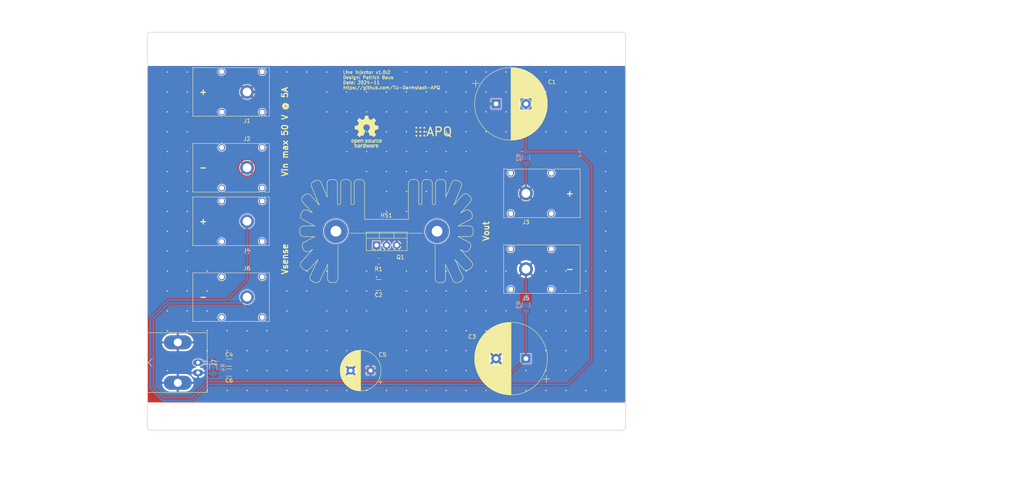
<source format=kicad_pcb>
(kicad_pcb (version 20240108) (generator "pcbnew") (generator_version "8.0")
  (title_block (title "Line Injector") (date "2024-11-21") (rev "v1.0.2") (comment 1 "Copyright (©) 2024, Patrick Baus <patrick.baus@physik.tu-darmstadt.de>") (comment 2 "Licensed under CERN OHL v.1.2"))
  (layers (0 "F.Cu" signal) (31 "B.Cu" signal) (34 "B.Paste" user) (35 "F.Paste" user) (36 "B.SilkS" user "B.Silkscreen") (37 "F.SilkS" user "F.Silkscreen") (38 "B.Mask" user) (39 "F.Mask" user) (44 "Edge.Cuts" user))
  (net 0 "")
  (net 1 "GND")
  (net 2 "VDD")
  (net 3 "Net-(J7-In)")
  (net 4 "Net-(Q1-G)")
  (net 5 "/Remote_Sense_+")
  (net 6 "/Remote_Sense_-")
  (net 8 "Net-(J3-Pin_1)")
  (footprint "Capacitor_THT:CP_Radial_D10.0mm_P5.00mm" (layer "F.Cu") (at 107.06 116.355 180)
    (property "Reference" "C5" (at -3 4 0) (layer "F.SilkS"))
    (property "Value" "33u")
    (pad "1" thru_hole rect (at 0 0 180) (size 2 2) (drill 1) (layers "*.Cu" "*.Mask") (net 2 "VDD"))
    (pad "2" thru_hole circle (at 5 0 180) (size 2 2) (drill 1) (layers "*.Cu" "*.Mask") (net 1 "GND"))
  )
  (footprint "Capacitor_SMD:C_1210_3225Metric" (layer "F.Cu") (at 109.06 94.855 180)
    (property "Reference" "C2" (at 0 -2.5 0) (layer "F.SilkS"))
    (property "Value" "4.7u")
    (pad "1" smd roundrect (at -1.475 0 180) (size 1.15 2.7) (layers "F.Cu" "F.Paste" "F.Mask") (roundrect_rratio 0.217391) (net 2 "VDD"))
    (pad "2" smd roundrect (at 1.475 0 180) (size 1.15 2.7) (layers "F.Cu" "F.Paste" "F.Mask") (roundrect_rratio 0.217391) (net 1 "GND"))
  )
  (footprint "Capacitor_THT:CP_Radial_D18.0mm_P7.50mm" (layer "F.Cu") (at 138.56 49.355)
    (property "Reference" "C1" (at 14 -5.5 0) (layer "F.SilkS"))
    (property "Value" "1m")
    (pad "1" thru_hole rect (at 0 0) (size 2.4 2.4) (drill 1.2) (layers "*.Cu" "*.Mask") (net 2 "VDD"))
    (pad "2" thru_hole circle (at 7.5 0) (size 2.4 2.4) (drill 1.2) (layers "*.Cu" "*.Mask") (net 5 "/Remote_Sense_+"))
  )
  (footprint "Capacitor_THT:CP_Radial_D18.0mm_P7.50mm" (layer "F.Cu") (at 146.06 113.355 180)
    (property "Reference" "C3" (at 13.5 5.5 0) (layer "F.SilkS"))
    (property "Value" "1m")
    (pad "1" thru_hole rect (at 0 0 180) (size 2.4 2.4) (drill 1.2) (layers "*.Cu" "*.Mask") (net 6 "/Remote_Sense_-"))
    (pad "2" thru_hole circle (at 7.5 0 180) (size 2.4 2.4) (drill 1.2) (layers "*.Cu" "*.Mask") (net 1 "GND"))
  )
  (footprint "Connector:Banana_Cliff_FCR7350B_S16N-PC_Horizontal" (layer "F.Cu") (at 76.06 97.905)
    (property "Reference" "J6" (at 0 -7.25 0) (layer "F.SilkS"))
    (property "Value" "Conn_01x01_Female")
    (pad "" np_thru_hole circle (at -6.36 -5.08) (size 1.7 1.7) (drill 1.2) (layers "F&B.Cu" "*.Mask"))
    (pad "" np_thru_hole circle (at -6.36 5.08) (size 1.7 1.7) (drill 1.2) (layers "F&B.Cu" "*.Mask"))
    (pad "" np_thru_hole circle (at 3.8 -5.08) (size 1.7 1.7) (drill 1.2) (layers "F&B.Cu" "*.Mask"))
    (pad "" np_thru_hole circle (at 3.8 5.08) (size 1.7 1.7) (drill 1.2) (layers "F&B.Cu" "*.Mask"))
    (pad "1" thru_hole circle (at 0 0) (size 3.5 3.5) (drill 2.2) (layers "*.Cu" "*.Mask") (net 6 "/Remote_Sense_-"))
  )
  (footprint "Connector:Banana_Cliff_FCR7350R_S16N-PC_Horizontal" (layer "F.Cu") (at 76.06 78.855)
    (property "Reference" "J4" (at 0 7.25 0) (layer "F.SilkS"))
    (property "Value" "Conn_01x01_Female")
    (pad "" np_thru_hole circle (at -6.36 -5.08) (size 1.7 1.7) (drill 1.2) (layers "F&B.Cu" "*.Mask"))
    (pad "" np_thru_hole circle (at -6.36 5.08) (size 1.7 1.7) (drill 1.2) (layers "F&B.Cu" "*.Mask"))
    (pad "" np_thru_hole circle (at 3.8 -5.08) (size 1.7 1.7) (drill 1.2) (layers "F&B.Cu" "*.Mask"))
    (pad "" np_thru_hole circle (at 3.8 5.08) (size 1.7 1.7) (drill 1.2) (layers "F&B.Cu" "*.Mask"))
    (pad "1" thru_hole circle (at 0 0) (size 3.5 3.5) (drill 2.2) (layers "*.Cu" "*.Mask") (net 5 "/Remote_Sense_+"))
  )
  (footprint "Symbol:OSHW-Logo_7.5x8mm_SilkScreen" (layer "F.Cu") (at 106.06 56.355)
    (property "Reference" "LOGO2" (hide yes))
    (property "Value" "Logo_Open_Hardware_Small" (hide yes))
  )
  (footprint "Package_TO_SOT_THT:TO-220-3_Vertical" (layer "F.Cu") (at 108.56 84.855)
    (property "Reference" "Q1" (at 6 3 0) (layer "F.SilkS"))
    (property "Value" "AOT2618")
    (pad "1" thru_hole rect (at 0 0) (size 1.905 2) (drill 1.1) (layers "*.Cu" "*.Mask") (net 4 "Net-(Q1-G)"))
    (pad "2" thru_hole oval (at 2.54 0) (size 1.905 2) (drill 1.1) (layers "*.Cu" "*.Mask") (net 2 "VDD"))
    (pad "3" thru_hole oval (at 5.08 0) (size 1.905 2) (drill 1.1) (layers "*.Cu" "*.Mask") (net 8 "Net-(J3-Pin_1)"))
  )
  (footprint "Resistor_SMD:R_0805_2012Metric" (layer "F.Cu") (at 109.06 88.855 180)
    (property "Reference" "R1" (at 0 -2 0) (layer "F.SilkS"))
    (property "Value" "10k")
    (pad "1" smd roundrect (at -0.9125 0 180) (size 1.025 1.4) (layers "F.Cu" "F.Paste" "F.Mask") (roundrect_rratio 0.243902) (net 2 "VDD"))
    (pad "2" smd roundrect (at 0.9125 0 180) (size 1.025 1.4) (layers "F.Cu" "F.Paste" "F.Mask") (roundrect_rratio 0.243902) (net 4 "Net-(Q1-G)"))
  )
  (footprint "Capacitor_SMD:C_1206_3216Metric" (layer "F.Cu") (at 71.56 116.855 180)
    (property "Reference" "C6" (at 0 -2 0) (layer "F.SilkS"))
    (property "Value" "1u")
    (pad "1" smd roundrect (at -1.475 0 180) (size 1.15 1.8) (layers "F.Cu" "F.Paste" "F.Mask") (roundrect_rratio 0.217391) (net 4 "Net-(Q1-G)"))
    (pad "2" smd roundrect (at 1.475 0 180) (size 1.15 1.8) (layers "F.Cu" "F.Paste" "F.Mask") (roundrect_rratio 0.217391) (net 3 "Net-(J7-In)"))
  )
  (footprint "Capacitor_SMD:C_1206_3216Metric" (layer "F.Cu") (at 71.56 114.355 180)
    (property "Reference" "C4" (at 0 2 0) (layer "F.SilkS"))
    (property "Value" "1u")
    (pad "1" smd roundrect (at -1.475 0 180) (size 1.15 1.8) (layers "F.Cu" "F.Paste" "F.Mask") (roundrect_rratio 0.217391) (net 4 "Net-(Q1-G)"))
    (pad "2" smd roundrect (at 1.475 0 180) (size 1.15 1.8) (layers "F.Cu" "F.Paste" "F.Mask") (roundrect_rratio 0.217391) (net 3 "Net-(J7-In)"))
  )
  (footprint "Connector:Banana_Cliff_FCR7350B_S16N-PC_Horizontal" (layer "F.Cu") (at 76.06 65.405)
    (property "Reference" "J2" (at 0 -7.25 0) (layer "F.SilkS"))
    (property "Value" "Conn_01x01_Female")
    (pad "" np_thru_hole circle (at -6.36 -5.08) (size 1.7 1.7) (drill 1.2) (layers "F&B.Cu" "*.Mask"))
    (pad "" np_thru_hole circle (at -6.36 5.08) (size 1.7 1.7) (drill 1.2) (layers "F&B.Cu" "*.Mask"))
    (pad "" np_thru_hole circle (at 3.8 -5.08) (size 1.7 1.7) (drill 1.2) (layers "F&B.Cu" "*.Mask"))
    (pad "" np_thru_hole circle (at 3.8 5.08) (size 1.7 1.7) (drill 1.2) (layers "F&B.Cu" "*.Mask"))
    (pad "1" thru_hole circle (at 0 0) (size 3.5 3.5) (drill 2.2) (layers "*.Cu" "*.Mask") (net 1 "GND"))
  )
  (footprint "Connector_Coaxial:BNC_Amphenol_B6252HB-NPP3G-50_Horizontal" (layer "F.Cu") (at 63.76 114.355 90)
    (property "Reference" "J7" (at 0 4 90) (layer "F.SilkS"))
    (property "Value" "Conn_Coaxial")
    (pad "1" thru_hole oval (at 0 0 90) (size 1.6 2.5) (drill 0.89) (layers "*.Cu" "*.Mask") (net 3 "Net-(J7-In)"))
    (pad "2" thru_hole oval (at -5.08 -5.08 90) (size 3.5 7) (drill 2.01) (layers "*.Cu" "*.Mask") (net 1 "GND"))
    (pad "2" thru_hole oval (at -2.54 0 90) (size 1.6 2.5) (drill 0.89) (layers "*.Cu" "*.Mask") (net 1 "GND"))
    (pad "2" thru_hole oval (at 5.08 -5.08 90) (size 3.5 7) (drill 2.01) (layers "*.Cu" "*.Mask") (net 1 "GND"))
  )
  (footprint "Connector:Banana_Cliff_FCR7350B_S16N-PC_Horizontal" (layer "F.Cu") (at 146.06 90.88 180)
    (property "Reference" "J5" (at 0 -7.25 180) (layer "F.SilkS"))
    (property "Value" "Conn_01x01_Female")
    (pad "" np_thru_hole circle (at -6.36 -5.08 180) (size 1.7 1.7) (drill 1.2) (layers "F&B.Cu" "*.Mask"))
    (pad "" np_thru_hole circle (at -6.36 5.08 180) (size 1.7 1.7) (drill 1.2) (layers "F&B.Cu" "*.Mask"))
    (pad "" np_thru_hole circle (at 3.8 -5.08 180) (size 1.7 1.7) (drill 1.2) (layers "F&B.Cu" "*.Mask"))
    (pad "" np_thru_hole circle (at 3.8 5.08 180) (size 1.7 1.7) (drill 1.2) (layers "F&B.Cu" "*.Mask"))
    (pad "1" thru_hole circle (at 0 0 180) (size 3.5 3.5) (drill 2.2) (layers "*.Cu" "*.Mask") (net 1 "GND"))
  )
  (footprint "Connector:Banana_Cliff_FCR7350R_S16N-PC_Horizontal" (layer "F.Cu") (at 146.06 71.83 180)
    (property "Reference" "J3" (at 0 -7.25 180) (layer "F.SilkS"))
    (property "Value" "Conn_01x01_Female")
    (pad "" np_thru_hole circle (at -6.36 -5.08 180) (size 1.7 1.7) (drill 1.2) (layers "F&B.Cu" "*.Mask"))
    (pad "" np_thru_hole circle (at -6.36 5.08 180) (size 1.7 1.7) (drill 1.2) (layers "F&B.Cu" "*.Mask"))
    (pad "" np_thru_hole circle (at 3.8 -5.08 180) (size 1.7 1.7) (drill 1.2) (layers "F&B.Cu" "*.Mask"))
    (pad "" np_thru_hole circle (at 3.8 5.08 180) (size 1.7 1.7) (drill 1.2) (layers "F&B.Cu" "*.Mask"))
    (pad "1" thru_hole circle (at 0 0 180) (size 3.5 3.5) (drill 2.2) (layers "*.Cu" "*.Mask") (net 8 "Net-(J3-Pin_1)"))
  )
  (footprint "Custom_footprints_project:APQ-Logo_small" (layer "F.Cu") (at 118.56 55.355)
    (property "Reference" "LOGO1" (hide yes))
    (property "Value" "Logo_APQ")
    (fp_text user "APQ" (at 5.75 1 0) (layer "F.SilkS") (effects (font (size 2.2 2.2) (thickness 0.3))))
  )
  (footprint "Custom_footprints:Heatsink_42x25mm_2xFixation_Ohmite-R-series" (layer "F.Cu") (at 111.06 81.355)
    (property "Reference" "HS1" (at -0.025 -4 0) (layer "F.SilkS"))
    (property "Value" "Heatsink")
    (pad "1" thru_hole circle (at -12.7 0 180) (size 6 6) (drill 2.7) (layers "*.Cu" "*.Mask"))
    (pad "1" thru_hole circle (at 12.7 0) (size 6 6) (drill 2.7) (layers "*.Cu" "*.Mask"))
  )
  (footprint "Connector:Banana_Cliff_FCR7350R_S16N-PC_Horizontal" (layer "F.Cu") (at 76.06 46.355)
    (property "Reference" "J1" (at 0 7.25 0) (layer "F.SilkS"))
    (property "Value" "Conn_01x01_Female")
    (pad "" np_thru_hole circle (at -6.36 -5.08) (size 1.7 1.7) (drill 1.2) (layers "F&B.Cu" "*.Mask"))
    (pad "" np_thru_hole circle (at -6.36 5.08) (size 1.7 1.7) (drill 1.2) (layers "F&B.Cu" "*.Mask"))
    (pad "" np_thru_hole circle (at 3.8 -5.08) (size 1.7 1.7) (drill 1.2) (layers "F&B.Cu" "*.Mask"))
    (pad "" np_thru_hole circle (at 3.8 5.08) (size 1.7 1.7) (drill 1.2) (layers "F&B.Cu" "*.Mask"))
    (pad "1" thru_hole circle (at 0 0) (size 3.5 3.5) (drill 2.2) (layers "*.Cu" "*.Mask") (net 2 "VDD"))
  )
  (footprint "Resistor_SMD:R_1206_3216Metric" (layer "B.Cu") (at 146.06 62.855 -90)
    (property "Reference" "R2" (at 0 1.82 90) (layer "B.SilkS") (effects (justify mirror)))
    (property "Value" "49.9R")
    (pad "1" smd roundrect (at -1.4625 0 270) (size 1.125 1.75) (layers "B.Cu" "B.Paste" "B.Mask") (roundrect_rratio 0.222222) (net 5 "/Remote_Sense_+"))
    (pad "2" smd roundrect (at 1.4625 0 270) (size 1.125 1.75) (layers "B.Cu" "B.Paste" "B.Mask") (roundrect_rratio 0.222222) (net 8 "Net-(J3-Pin_1)"))
  )
  (footprint "Resistor_SMD:R_1206_3216Metric" (layer "B.Cu") (at 146.06 99.855 -90)
    (property "Reference" "R3" (at 0 1.82 90) (layer "B.SilkS") (effects (justify mirror)))
    (property "Value" "49.9R")
    (pad "1" smd roundrect (at -1.4625 0 270) (size 1.125 1.75) (layers "B.Cu" "B.Paste" "B.Mask") (roundrect_rratio 0.222222) (net 1 "GND"))
    (pad "2" smd roundrect (at 1.4625 0 270) (size 1.125 1.75) (layers "B.Cu" "B.Paste" "B.Mask") (roundrect_rratio 0.222222) (net 6 "/Remote_Sense_-"))
  )
  (footprint "Resistor_SMD:R_1206_3216Metric" (layer "B.Cu") (at 67.56 115.605 -90)
    (property "Reference" "R4" (at 0 -2.5 90) (layer "B.SilkS") (effects (justify mirror)))
    (property "Value" "49.9R")
    (pad "1" smd roundrect (at -1.4625 0 270) (size 1.125 1.75) (layers "B.Cu" "B.Paste" "B.Mask") (roundrect_rratio 0.222222) (net 3 "Net-(J7-In)"))
    (pad "2" smd roundrect (at 1.4625 0 270) (size 1.125 1.75) (layers "B.Cu" "B.Paste" "B.Mask") (roundrect_rratio 0.222222) (net 1 "GND"))
  )
  (gr_line (start 51.06 130.855) (end 51.06 31.855) (stroke (width 0.15)) (layer "Edge.Cuts"))
  (gr_line (start 51.56 31.355) (end 51.06 31.855) (stroke (width 0.15)) (layer "Edge.Cuts"))
  (gr_line (start 170.56 31.355) (end 171.06 31.855) (stroke (width 0.15)) (layer "Edge.Cuts"))
  (gr_line (start 171.06 130.855) (end 170.56 131.355) (stroke (width 0.15)) (layer "Edge.Cuts"))
  (gr_line (start 51.56 131.355) (end 51.06 130.855) (stroke (width 0.15)) (layer "Edge.Cuts"))
  (gr_line (start 170.56 131.355) (end 51.56 131.355) (stroke (width 0.15)) (layer "Edge.Cuts"))
  (gr_line (start 51.56 31.355) (end 170.56 31.355) (stroke (width 0.15)) (layer "Edge.Cuts"))
  (gr_line (start 171.06 31.855) (end 171.06 130.855) (stroke (width 0.15)) (layer "Edge.Cuts"))
  (gr_text "Vout" (at 136.06 81.355 90) (layer "F.SilkS") (effects (font (size 1.5 1.5) (thickness 0.3))))
  (gr_text "Vsense" (at 85.56 88.355 90) (layer "F.SilkS") (effects (font (size 1.5 1.5) (thickness 0.3))))
  (gr_text "-" (at 65.06 65.355 0) (layer "F.SilkS") (effects (font (size 1.5 1.5) (thickness 0.3))))
  (gr_text "+" (at 65.06 78.855 0) (layer "F.SilkS") (effects (font (size 1.5 1.5) (thickness 0.3))))
  (gr_text "-" (at 65.06 97.855 0) (layer "F.SilkS") (effects (font (size 1.5 1.5) (thickness 0.3))))
  (gr_text "+" (at 157.06 71.855 0) (layer "F.SilkS") (effects (font (size 1.5 1.5) (thickness 0.3))))
  (gr_text "-" (at 157.06 90.855 0) (layer "F.SilkS") (effects (font (size 1.5 1.5) (thickness 0.3))))
  (gr_text "+" (at 65.06 46.355 0) (layer "F.SilkS") (effects (font (size 1.5 1.5) (thickness 0.3))))
  (gr_text "Line injector v1.0.2\nDesign: Patrick Baus\nDate: 2024-11\nhttps://github.com/TU-Darmstadt-APQ" (at 100.06 43.355 0) (layer "F.SilkS") (effects (font (size 0.8 0.8)) (justify left)))
  (gr_text "Vin max 50 V @ 5A" (at 85.56 56.355 90) (layer "F.SilkS") (effects (font (size 1.5 1.5) (thickness 0.3))))
  (segment (start 107.585 94.855) (end 107.585 95.88) (width 0.5) (layer "F.Cu") (net 1))
  (segment (start 107.585 94.855) (end 107.585 93.83) (width 0.5) (layer "F.Cu") (net 1))
  (segment (start 107.585 93.83) (end 108.56 92.855) (width 0.5) (layer "F.Cu") (net 1))
  (segment (start 107.585 95.88) (end 108.56 96.855) (width 0.5) (layer "F.Cu") (net 1))
  (via (at 131.06 101.355) (size 0.6) (drill 0.3) (layers "F.Cu" "B.Cu") (net 1))
  (via (at 111.06 76.355) (size 0.6) (drill 0.3) (layers "F.Cu" "B.Cu") (net 1))
  (via (at 96.06 41.355) (size 0.6) (drill 0.3) (layers "F.Cu" "B.Cu") (net 1))
  (via (at 61.06 81.355) (size 0.6) (drill 0.3) (layers "F.Cu" "B.Cu") (net 1))
  (via (at 131.06 121.355) (size 0.6) (drill 0.3) (layers "F.Cu" "B.Cu") (net 1))
  (via (at 111.06 121.355) (size 0.6) (drill 0.3) (layers "F.Cu" "B.Cu") (net 1))
  (via (at 116.06 111.355) (size 0.6) (drill 0.3) (layers "F.Cu" "B.Cu") (net 1))
  (via (at 121.06 116.355) (size 0.6) (drill 0.3) (layers "F.Cu" "B.Cu") (net 1))
  (via (at 141.06 56.355) (size 0.6) (drill 0.3) (layers "F.Cu" "B.Cu") (net 1))
  (via (at 151.06 51.355) (size 0.6) (drill 0.3) (layers "F.Cu" "B.Cu") (net 1))
  (via (at 101.06 106.355) (size 0.6) (drill 0.3) (layers "F.Cu" "B.Cu") (net 1))
  (via (at 101.06 41.355) (size 0.6) (drill 0.3) (layers "F.Cu" "B.Cu") (net 1))
  (via (at 121.06 51.355) (size 0.6) (drill 0.3) (layers "F.Cu" "B.Cu") (net 1))
  (via (at 86.06 116.355) (size 0.6) (drill 0.3) (layers "F.Cu" "B.Cu") (net 1))
  (via (at 86.06 91.355) (size 0.6) (drill 0.3) (layers "F.Cu" "B.Cu") (net 1))
  (via (at 136.06 51.355) (size 0.6) (drill 0.3) (layers "F.Cu" "B.Cu") (net 1))
  (via (at 126.06 101.355) (size 0.6) (drill 0.3) (layers "F.Cu" "B.Cu") (net 1))
  (via (at 56.06 81.355) (size 0.6) (drill 0.3) (layers "F.Cu" "B.Cu") (net 1))
  (via (at 101.06 101.355) (size 0.6) (drill 0.3) (layers "F.Cu" "B.Cu") (net 1))
  (via (at 56.06 71.355) (size 0.6) (drill 0.3) (layers "F.Cu" "B.Cu") (net 1))
  (via (at 91.06 41.355) (size 0.6) (drill 0.3) (layers "F.Cu" "B.Cu") (net 1))
  (via (at 121.06 41.355) (size 0.6) (drill 0.3) (layers "F.Cu" "B.Cu") (net 1))
  (via (at 126.06 116.355) (size 0.6) (drill 0.3) (layers "F.Cu" "B.Cu") (net 1))
  (via (at 66.06 121.355) (size 0.6) (drill 0.3) (layers "F.Cu" "B.Cu") (net 1))
  (via (at 101.06 61.355) (size 0.6) (drill 0.3) (layers "F.Cu" "B.Cu") (net 1))
  (via (at 106.06 51.355) (size 0.6) (drill 0.3) (layers "F.Cu" "B.Cu") (net 1))
  (via (at 161.06 101.355) (size 0.6) (drill 0.3) (layers "F.Cu" "B.Cu") (net 1))
  (via (at 136.06 56.355) (size 0.6) (drill 0.3) (layers "F.Cu" "B.Cu") (net 1))
  (via (at 81.06 116.355) (size 0.6) (drill 0.3) (layers "F.Cu" "B.Cu") (net 1))
  (via (at 91.06 96.355) (size 0.6) (drill 0.3) (layers "F.Cu" "B.Cu") (net 1))
  (via (at 166.06 111.355) (size 0.6) (drill 0.3) (layers "F.Cu" "B.Cu") (net 1))
  (via (at 121.06 61.355) (size 0.6) (drill 0.3) (layers "F.Cu" "B.Cu") (net 1))
  (via (at 166.06 61.355) (size 0.6) (drill 0.3) (layers "F.Cu" "B.Cu") (net 1))
  (via (at 56.06 96.355) (size 0.6) (drill 0.3) (layers "F.Cu" "B.Cu") (net 1))
  (via (at 61.06 106.355) (size 0.6) (drill 0.3) (layers "F.Cu" "B.Cu") (net 1))
  (via (at 156.06 91.355) (size 0.6) (drill 0.3) (layers "F.Cu" "B.Cu") (net 1))
  (via (at 151.06 91.355) (size 0.6) (drill 0.3) (layers "F.Cu" "B.Cu") (net 1))
  (via (at 61.06 76.355) (size 0.6) (drill 0.3) (layers "F.Cu" "B.Cu") (net 1))
  (via (at 96.06 116.355) (size 0.6) (drill 0.3) (layers "F.Cu" "B.Cu") (net 1))
  (via (at 106.06 121.355) (size 0.6) (drill 0.3) (layers "F.Cu" "B.Cu") (net 1))
  (via (at 131.06 51.355) (size 0.6) (drill 0.3) (layers "F.Cu" "B.Cu") (net 1))
  (via (at 91.06 111.355) (size 0.6) (drill 0.3) (layers "F.Cu" "B.Cu") (net 1))
  (via (at 141.06 51.355) (size 0.6) (drill 0.3) (layers "F.Cu" "B.Cu") (net 1))
  (via (at 81.06 106.355) (size 0.6) (drill 0.3) (layers "F.Cu" "B.Cu") (net 1))
  (via (at 61.06 71.355) (size 0.6) (drill 0.3) (layers "F.Cu" "B.Cu") (net 1))
  (via (at 156.06 116.355) (size 0.6) (drill 0.3) (layers "F.Cu" "B.Cu") (net 1))
  (via (at 156.06 101.355) (size 0.6) (drill 0.3) (layers "F.Cu" "B.Cu") (net 1))
  (via (at 106.06 66.355) (size 0.6) (drill 0.3) (layers "F.Cu" "B.Cu") (net 1))
  (via (at 56.06 41.355) (size 0.6) (drill 0.3) (layers "F.Cu" "B.Cu") (net 1))
  (via (at 116.06 121.355) (size 0.6) (drill 0.3) (layers "F.Cu" "B.Cu") (net 1))
  (via (at 136.06 41.355) (size 0.6) (drill 0.3) (layers "F.Cu" "B.Cu") (net 1))
  (via (at 166.06 91.355) (size 0.6) (drill 0.3) (layers "F.Cu" "B.Cu") (net 1))
  (via (at 111.06 71.355) (size 0.6) (drill 0.3) (layers "F.Cu" "B.Cu") (net 1))
  (via (at 131.06 111.355) (size 0.6) (drill 0.3) (layers "F.Cu" "B.Cu") (net 1))
  (via (at 61.06 66.355) (size 0.6) (drill 0.3) (layers "F.Cu" "B.Cu") (net 1))
  (via (at 101.06 51.355) (size 0.6) (drill 0.3) (layers "F.Cu" "B.Cu") (net 1))
  (via (at 161.06 91.355) (size 0.6) (drill 0.3) (layers "F.Cu" "B.Cu") (net 1))
  (via (at 136.06 111.355) (size 0.6) (drill 0.3) (layers "F.Cu" "B.Cu") (net 1))
  (via (at 131.06 41.355) (size 0.6) (drill 0.3) (layers "F.Cu" "B.Cu") (net 1))
  (via (at 126.06 46.355) (size 0.6) (drill 0.3) (layers "F.Cu" "B.Cu") (net 1))
  (via (at 66.06 96.355) (size 0.6) (drill 0.3) (layers "F.Cu" "B.Cu") (net 1))
  (via (at 86.06 121.355) (size 0.6) (drill 0.3) (layers "F.Cu" "B.Cu") (net 1))
  (via (at 141.06 91.355) (size 0.6) (drill 0.3) (layers "F.Cu" "B.Cu") (net 1))
  (via (at 108.56 96.855) (size 0.6) (drill 0.3) (layers "F.Cu" "B.Cu") (net 1))
  (via (at 116.06 101.355) (size 0.6) (drill 0.3) (layers "F.Cu" "B.Cu") (net 1))
  (via (at 106.06 61.355) (size 0.6) (drill 0.3) (layers "F.Cu" "B.Cu") (net 1))
  (via (at 81.06 111.355) (size 0.6) (drill 0.3) (layers "F.Cu" "B.Cu") (net 1))
  (via (at 91.06 91.355) (size 0.6) (drill 0.3) (layers "F.Cu" "B.Cu") (net 1))
  (via (at 136.06 116.355) (size 0.6) (drill 0.3) (layers "F.Cu" "B.Cu") (net 1))
  (via (at 166.06 86.355) (size 0.6) (drill 0.3) (layers "F.Cu" "B.Cu") (net 1))
  (via (at 166.06 46.355) (size 0.6) (drill 0.3) (layers "F.Cu" "B.Cu") (net 1))
  (via (at 111.06 41.355) (size 0.6) (drill 0.3) (layers "F.Cu" "B.Cu") (net 1))
  (via (at 131.06 96.355) (size 0.6) (drill 0.3) (layers "F.Cu" "B.Cu") (net 1))
  (via (at 126.06 51.355) (size 0.6) (drill 0.3) (layers "F.Cu" "B.Cu") (net 1))
  (via (at 161.06 46.355) (size 0.6) (drill 0.3) (layers "F.Cu" "B.Cu") (net 1))
  (via (at 61.06 86.355) (size 0.6) (drill 0.3) (layers "F.Cu" "B.Cu") (net 1))
  (via (at 56.06 101.355) (size 0.6) (drill 0.3) (layers "F.Cu" "B.Cu") (net 1))
  (via (at 146.06 121.355) (size 0.6) (drill 0.3) (layers "F.Cu" "B.Cu") (net 1))
  (via (at 166.06 76.355) (size 0.6) (drill 0.3) (layers "F.Cu" "B.Cu") (net 1))
  (via (at 136.06 91.355) (size 0.6) (drill 0.3) (layers "F.Cu" "B.Cu") (net 1))
  (via (at 101.06 46.355) (size 0.6) (drill 0.3) (layers "F.Cu" "B.Cu") (net 1))
  (via (at 76.06 111.355) (size 0.6) (drill 0.3) (layers "F.Cu" "B.Cu") (net 1))
  (via (at 151.06 46.355) (size 0.6) (drill 0.3) (layers "F.Cu" "B.Cu") (net 1))
  (via (at 121.06 106.355) (size 0.6) (drill 0.3) (layers "F.Cu" "B.Cu") (net 1))
  (via (at 91.06 121.355) (size 0.6) (drill 0.3) (layers "F.Cu" "B.Cu") (net 1))
  (via (at 116.06 66.355) (size 0.6) (drill 0.3) (layers "F.Cu" "B.Cu") (net 1))
  (via (at 101.06 111.355) (size 0.6) (drill 0.3) (layers "F.Cu" "B.Cu") (net 1))
  (via (at 108.56 92.855) (size 0.6) (drill 0.3) (layers "F.Cu" "B.Cu") (net 1))
  (via (at 71.06 121.355) (size 0.6) (drill 0.3) (layers "F.Cu" "B.Cu") (net 1))
  (via (at 86.06 101.355) (size 0.6) (drill 0.3) (layers "F.Cu" "B.Cu") (net 1))
  (via (at 156.06 96.355) (size 0.6) (drill 0.3) (layers "F.Cu" "B.Cu") (net 1))
  (via (at 66.06 91.355) (size 0.6) (drill 0.3) (layers "F.Cu" "B.Cu") (net 1))
  (via (at 121.06 91.355) (size 0.6) (drill 0.3) (layers "F.Cu" "B.Cu") (net 1))
  (via (at 111.06 56.355) (size 0.6) (drill 0.3) (layers "F.Cu" "B.Cu") (net 1))
  (via (at 126.06 121.355) (size 0.6) (drill 0.3) (layers "F.Cu" "B.Cu") (net 1))
  (via (at 126.06 61.355) (size 0.6) (drill 0.3) (layers "F.Cu" "B.Cu") (net 1))
  (via (at 146.06 46.355) (size 0.6) (drill 0.3) (layers "F.Cu" "B.Cu") (net 1))
  (via (at 116.06 56.355) (size 0.6) (drill 0.3) (layers "F.Cu" "B.Cu") (net 1))
  (via (at 121.06 111.355) (size 0.6) (drill 0.3) (layers "F.Cu" "B.Cu") (net 1))
  (via (at 141.06 121.355) (size 0.6) (drill 0.3) (layers "F.Cu" "B.Cu") (net 1))
  (via (at 116.06 116.355) (size 0.6) (drill 0.3) (layers "F.Cu" "B.Cu") (net 1))
  (via (at 56.06 91.355) (size 0.6) (drill 0.3) (layers "F.Cu" "B.Cu") (net 1))
  (via (at 91.06 116.355) (size 0.6) (drill 0.3) (layers "F.Cu" "B.Cu") (net 1))
  (via (at 136.06 101.355) (size 0.6) (drill 0.3) (layers "F.Cu" "B.Cu") (net 1))
  (via (at 131.06 61.355) (size 0.6) (drill 0.3) (layers "F.Cu" "B.Cu") (net 1))
  (via (at 81.06 121.355) (size 0.6) (drill 0.3) (layers "F.Cu" "B.Cu") (net 1))
  (via (at 126.06 56.355) (size 0.6) (drill 0.3) (layers "F.Cu" "B.Cu") (net 1))
  (via (at 136.06 106.355) (size 0.6) (drill 0.3) (layers "F.Cu" "B.Cu") (net 1))
  (via (at 146.06 116.355) (size 0.6) (drill 0.3) (layers "F.Cu" "B.Cu") (net 1))
  (via (at 116.06 91.355) (size 0.6) (drill 0.3) (layers "F.Cu" "B.Cu") (net 1))
  (via (at 101.06 121.355) (size 0.6) (drill 0.3) (layers "F.Cu" "B.Cu") (net 1))
  (via (at 141.06 106.355) (size 0.6) (drill 0.3) (layers "F.Cu" "B.Cu") (net 1))
  (via (at 136.06 96.355) (size 0.6) (drill 0.3) (layers "F.Cu" "B.Cu") (net 1))
  (via (at 151.06 111.355) (size 0.6) (drill 0.3) (layers "F.Cu" "B.Cu") (net 1))
  (via (at 126.06 41.355) (size 0.6) (drill 0.3) (layers "F.Cu" "B.Cu") (net 1))
  (via (at 156.06 56.355) (size 0.6) (drill 0.3) (layers "F.Cu" "B.Cu") (net 1))
  (via (at 121.06 96.355) (size 0.6) (drill 0.3) (layers "F.Cu" "B.Cu") (net 1))
  (via (at 61.06 51.355) (size 0.6) (drill 0.3) (layers "F.Cu" "B.Cu") (net 1))
  (via (at 131.06 46.355) (size 0.6) (drill 0.3) (layers "F.Cu" "B.Cu") (net 1))
  (via (at 86.06 111.355) (size 0.6) (drill 0.3) (layers "F.Cu" "B.Cu") (net 1))
  (via (at 166.06 121.355) (size 0.6) (drill 0.3) (layers "F.Cu" "B.Cu") (net 1))
  (via (at 96.06 101.355) (size 0.6) (drill 0.3) (layers "F.Cu" "B.Cu") (net 1))
  (via (at 61.06 41.355) (size 0.6) (drill 0.3) (layers "F.Cu" "B.Cu") (net 1))
  (via (at 166.06 101.355) (size 0.6) (drill 0.3) (layers "F.Cu" "B.Cu") (net 1))
  (via (at 126.06 106.355) (size 0.6) (drill 0.3) (layers "F.Cu" "B.Cu") (net 1))
  (via (at 56.06 86.355) (size 0.6) (drill 0.3) (layers "F.Cu" "B.Cu") (net 1))
  (via (at 161.06 56.355) (size 0.6) (drill 0.3) (layers "F.Cu" "B.Cu") (net 1))
  (via (at 76.06 116.355) (size 0.6) (drill 0.3) (layers "F.Cu" "B.Cu") (net 1))
  (via (at 161.06 96.355) (size 0.6) (drill 0.3) (layers "F.Cu" "B.Cu") (net 1))
  (via (at 61.06 91.355) (size 0.6) (drill 0.3) (layers "F.Cu" "B.Cu") (net 1))
  (via (at 126.06 111.355) (size 0.6) (drill 0.3) (layers "F.Cu" "B.Cu") (net 1))
  (via (at 166.06 56.355) (size 0.6) (drill 0.3) (layers "F.Cu" "B.Cu") (net 1))
  (via (at 166.06 96.355) (size 0.6) (drill 0.3) (layers "F.Cu" "B.Cu") (net 1))
  (via (at 106.06 96.355) (size 0.6) (drill 0.3) (layers "F.Cu" "B.Cu") (net 1))
  (via (at 166.06 81.355) (size 0.6) (drill 0.3) (layers "F.Cu" "B.Cu") (net 1))
  (via (at 56.06 116.355) (size 0.6) (drill 0.3) (layers "F.Cu" "B.Cu") (net 1))
  (via (at 66.06 106.355) (size 0.6) (drill 0.3) (layers "F.Cu" "B.Cu") (net 1))
  (via (at 116.06 51.355) (size 0.6) (drill 0.3) (layers "F.Cu" "B.Cu") (net 1))
  (via (at 141.06 46.355) (size 0.6) (drill 0.3) (layers "F.Cu" "B.Cu") (net 1))
  (via (at 141.06 41.355) (size 0.6) (drill 0.3) (layers "F.Cu" "B.Cu") (net 1))
  (via (at 61.06 61.355) (size 0.6) (drill 0.3) (layers "F.Cu" "B.Cu") (net 1))
  (via (at 136.06 46.355) (size 0.6) (drill 0.3) (layers "F.Cu" "B.Cu") (net 1))
  (via (at 166.06 106.355) (size 0.6) (drill 0.3) (layers "F.Cu" "B.Cu") (net 1))
  (via (at 161.06 106.355) (size 0.6) (drill 0.3) (layers "F.Cu" "B.Cu") (net 1))
  (via (at 156.06 41.355) (size 0.6) (drill 0.3) (layers "F.Cu" "B.Cu") (net 1))
  (via (at 56.06 106.355) (size 0.6) (drill 0.3) (layers "F.Cu" "B.Cu") (net 1))
  (via (at 56.06 76.355) (size 0.6) (drill 0.3) (layers "F.Cu" "B.Cu") (net 1))
  (via (at 66.06 111.355) (size 0.6) (drill 0.3) (layers "F.Cu" "B.Cu") (net 1))
  (via (at 106.06 56.355) (size 0.6) (drill 0.3) (layers "F.Cu" "B.Cu") (net 1))
  (via (at 121.06 46.355) (size 0.6) (drill 0.3) (layers "F.Cu" "B.Cu") (net 1))
  (via (at 111.06 66.355) (size 0.6) (drill 0.3) (layers "F.Cu" "B.Cu") (net 1))
  (via (at 151.06 121.355) (size 0.6) (drill 0.3) (layers "F.Cu" "B.Cu") (net 1))
  (via (at 71.06 111.355) (size 0.6) (drill 0.3) (layers "F.Cu" "B.Cu") (net 1))
  (via (at 131.06 106.355) (size 0.6) (drill 0.3) (layers "F.Cu" "B.Cu") (net 1))
  (via (at 121.06 121.355) (size 0.6) (drill 0.3) (layers "F.Cu" "B.Cu") (net 1))
  (via (at 56.06 51.355) (size 0.6) (drill 0.3) (layers "F.Cu" "B.Cu") (net 1))
  (via (at 151.06 56.355) (size 0.6) (drill 0.3) (layers "F.Cu" "B.Cu") (net 1))
  (via (at 121.06 71.355) (size 0.6) (drill 0.3) (layers "F.Cu" "B.Cu") (net 1))
  (via (at 106.06 91.355) (size 0.6) (drill 0.3) (layers "F.Cu" "B.Cu") (net 1))
  (via (at 126.06 91.355) (size 0.6) (drill 0.3) (layers "F.Cu" "B.Cu") (net 1))
  (via (at 86.06 41.355) (size 0.6) (drill 0.3) (layers "F.Cu" "B.Cu") (net 1))
  (via (at 61.06 101.355) (size 0.6) (drill 0.3) (layers "F.Cu" "B.Cu") (net 1))
  (via (at 116.06 76.355) (size 0.6) (drill 0.3) (layers "F.Cu" "B.Cu") (net 1))
  (via (at 96.06 46.355) (size 0.6) (drill 0.3) (layers "F.Cu" "B.Cu") (net 1))
  (via (at 61.06 56.355) (size 0.6) (drill 0.3) (layers "F.Cu" "B.Cu") (net 1))
  (via (at 151.06 41.355) (size 0.6) (drill 0.3) (layers "F.Cu" "B.Cu") (net 1))
  (via (at 106.06 101.355) (size 0.6) (drill 0.3) (layers "F.Cu" "B.Cu") (net 1))
  (via (at 121.06 56.355) (size 0.6) (drill 0.3) (layers "F.Cu" "B.Cu") (net 1))
  (via (at 156.06 46.355) (size 0.6) (drill 0.3) (layers "F.Cu" "B.Cu") (net 1))
  (via (at 61.06 96.355) (size 0.6) (drill 0.3) (layers "F.Cu" "B.Cu") (net 1))
  (via (at 166.06 51.355) (size 0.6) (drill 0.3) (layers "F.Cu" "B.Cu") (net 1))
  (via (at 146.06 41.355) (size 0.6) (drill 0.3) (layers "F.Cu" "B.Cu") (net 1))
  (via (at 111.06 61.355) (size 0.6) (drill 0.3) (layers "F.Cu" "B.Cu") (net 1))
  (via (at 131.06 91.355) (size 0.6) (drill 0.3) (layers "F.Cu" "B.Cu") (net 1))
  (via (at 61.06 46.355) (size 0.6) (drill 0.3) (layers "F.Cu" "B.Cu") (net 1))
  (via (at 116.06 46.355) (size 0.6) (drill 0.3) (layers "F.Cu" "B.Cu") (net 1))
  (via (at 56.06 61.355) (size 0.6) (drill 0.3) (layers "F.Cu" "B.Cu") (net 1))
  (via (at 151.06 101.355) (size 0.6) (drill 0.3) (layers "F.Cu" "B.Cu") (net 1))
  (via (at 161.06 51.355) (size 0.6) (drill 0.3) (layers "F.Cu" "B.Cu") (net 1))
  (via (at 101.06 56.355) (size 0.6) (drill 0.3) (layers "F.Cu" "B.Cu") (net 1))
  (via (at 141.06 101.355) (size 0.6) (drill 0.3) (layers "F.Cu" "B.Cu") (net 1))
  (via (at 96.06 106.355) (size 0.6) (drill 0.3) (layers "F.Cu" "B.Cu") (net 1))
  (via (at 156.06 111.355) (size 0.6) (drill 0.3) (layers "F.Cu" "B.Cu") (net 1))
  (via (at 166.06 66.355) (size 0.6) (drill 0.3) (layers "F.Cu" "B.Cu") (net 1))
  (via (at 166.06 41.355) (size 0.6) (drill 0.3) (layers "F.Cu" "B.Cu") (net 1))
  (via (at 141.06 111.355) (size 0.6) (drill 0.3) (layers "F.Cu" "B.Cu") (net 1))
  (via (at 126.06 96.355) (size 0.6) (drill 0.3) (layers "F.Cu" "B.Cu") (net 1))
  (via (at 71.06 106.355) (size 0.6) (drill 0.3) (layers "F.Cu" "B.Cu") (net 1))
  (via (at 166.06 116.355) (size 0.6) (drill 0.3) (layers "F.Cu" "B.Cu") (net 1))
  (via (at 106.06 41.355) (size 0.6) (drill 0.3) (layers "F.Cu" "B.Cu") (net 1))
  (via (at 131.06 116.355) (size 0.6) (drill 0.3) (layers "F.Cu" "B.Cu") (net 1))
  (via (at 76.06 121.355) (size 0.6) (drill 0.3) (layers "F.Cu" "B.Cu") (net 1))
  (via (at 166.06 71.355) (size 0.6) (drill 0.3) (layers "F.Cu" "B.Cu") (net 1))
  (via (at 126.06 66.355) (size 0.6) (drill 0.3) (layers "F.Cu" "B.Cu") (net 1))
  (via (at 151.06 106.355) (size 0.6) (drill 0.3) (layers "F.Cu" "B.Cu") (net 1))
  (via (at 96.06 111.355) (size 0.6) (drill 0.3) (layers "F.Cu" "B.Cu") (net 1))
  (via (at 96.06 91.355) (size 0.6) (drill 0.3) (layers "F.Cu" "B.Cu") (net 1))
  (via (at 96.06 121.355) (size 0.6) (drill 0.3) (layers "F.Cu" "B.Cu") (net 1))
  (via (at 106.06 46.355) (size 0.6) (drill 0.3) (layers "F.Cu" "B.Cu") (net 1))
  (via (at 121.06 101.355) (size 0.6) (drill 0.3) (layers "F.Cu" "B.Cu") (net 1))
  (via (at 66.06 101.355) (size 0.6) (drill 0.3) (layers "F.Cu" "B.Cu") (net 1))
  (via (at 111.06 51.355) (size 0.6) (drill 0.3) (layers "F.Cu" "B.Cu") (net 1))
  (via (at 91.06 106.355) (size 0.6) (drill 0.3) (layers "F.Cu" "B.Cu") (net 1))
  (via (at 96.06 51.355) (size 0.6) (drill 0.3) (layers "F.Cu" "B.Cu") (net 1))
  (via (at 111.06 46.355) (size 0.6) (drill 0.3) (layers "F.Cu" "B.Cu") (net 1))
  (via (at 116.06 71.355) (size 0.6) (drill 0.3) (layers "F.Cu" "B.Cu") (net 1))
  (via (at 161.06 41.355) (size 0.6) (drill 0.3) (layers "F.Cu" "B.Cu") (net 1))
  (via (at 116.06 41.355) (size 0.6) (drill 0.3) (layers "F.Cu" "B.Cu") (net 1))
  (via (at 116.06 106.355) (size 0.6) (drill 0.3) (layers "F.Cu" "B.Cu") (net 1))
  (via (at 116.06 96.355) (size 0.6) (drill 0.3) (layers "F.Cu" "B.Cu") (net 1))
  (via (at 56.06 46.355) (size 0.6) (drill 0.3) (layers "F.Cu" "B.Cu") (net 1))
  (via (at 76.06 106.355) (size 0.6) (drill 0.3) (layers "F.Cu" "B.Cu") (net 1))
  (via (at 86.06 96.355) (size 0.6) (drill 0.3) (layers "F.Cu" "B.Cu") (net 1))
  (via (at 101.06 96.355) (size 0.6) (drill 0.3) (layers "F.Cu" "B.Cu") (net 1))
  (via (at 121.06 66.355) (size 0.6) (drill 0.3) (layers "F.Cu" "B.Cu") (net 1))
  (via (at 136.06 121.355) (size 0.6) (drill 0.3) (layers "F.Cu" "B.Cu") (net 1))
  (via (at 131.06 56.355) (size 0.6) (drill 0.3) (layers "F.Cu" "B.Cu") (net 1))
  (via (at 161.06 121.355) (size 0.6) (drill 0.3) (layers "F.Cu" "B.Cu") (net 1))
  (via (at 156.06 121.355) (size 0.6) (drill 0.3) (layers "F.Cu" "B.Cu") (net 1))
  (via (at 156.06 51.355) (size 0.6) (drill 0.3) (layers "F.Cu" "B.Cu") (net 1))
  (via (at 151.06 116.355) (size 0.6) (drill 0.3) (layers "F.Cu" "B.Cu") (net 1))
  (via (at 156.06 106.355) (size 0.6) (drill 0.3) (layers "F.Cu" "B.Cu") (net 1))
  (via (at 141.06 116.355) (size 0.6) (drill 0.3) (layers "F.Cu" "B.Cu") (net 1))
  (via (at 116.06 61.355) (size 0.6) (drill 0.3) (layers "F.Cu" "B.Cu") (net 1))
  (via (at 56.06 66.355) (size 0.6) (drill 0.3) (layers "F.Cu" "B.Cu") (net 1))
  (via (at 56.06 56.355) (size 0.6) (drill 0.3) (layers "F.Cu" "B.Cu") (net 1))
  (segment (start 146.06 98.3925) (end 146.06 90.88) (width 0.5) (layer "B.Cu") (net 1))
  (segment (start 63.76 116.895) (end 66.1 116.895) (width 0.5) (layer "B.Cu") (net 1))
  (segment (start 67.56 117.0675) (end 66.2725 117.0675) (width 0.5) (layer "B.Cu") (net 1))
  (segment (start 66.2725 117.0675) (end 66.1 116.895) (width 0.5) (layer "B.Cu") (net 1))
  (segment (start 92.56 46.355) (end 76.06 46.355) (width 0.5) (layer "F.Cu") (net 2))
  (segment (start 138.56 49.355) (end 95.56 49.355) (width 0.5) (layer "F.Cu") (net 2))
  (segment (start 95.56 49.355) (end 92.56 46.355) (width 0.5) (layer "F.Cu") (net 2))
  (segment (start 70.085 114.355) (end 70.085 116.855) (width 0.5) (layer "F.Cu") (net 3))
  (segment (start 68.86 114.355) (end 63.76 114.355) (width 0.5) (layer "F.Cu") (net 3))
  (segment (start 68.86 114.355) (end 70.085 114.355) (width 0.5) (layer "F.Cu") (net 3))
  (segment (start 63.76 114.355) (end 66.06 114.355) (width 0.5) (layer "B.Cu") (net 3))
  (segment (start 66.2725 114.1425) (end 66.06 114.355) (width 0.5) (layer "B.Cu") (net 3))
  (segment (start 67.56 114.1425) (end 66.2725 114.1425) (width 0.5) (layer "B.Cu") (net 3))
  (segment (start 108.56 86.555) (end 108.1475 86.9675) (width 0.5) (layer "F.Cu") (net 4))
  (segment (start 108.1475 86.9675) (end 108.1475 88.855) (width 0.5) (layer "F.Cu") (net 4))
  (segment (start 73.035 114.355) (end 79.16 114.355) (width 0.5) (layer "F.Cu") (net 4))
  (segment (start 104.66 88.855) (end 108.1475 88.855) (width 0.5) (layer "F.Cu") (net 4))
  (segment (start 79.16 114.355) (end 104.66 88.855) (width 0.5) (layer "F.Cu") (net 4))
  (segment (start 108.56 84.855) (end 108.56 86.555) (width 0.5) (layer "F.Cu") (net 4))
  (segment (start 73.035 116.855) (end 73.035 114.355) (width 0.5) (layer "F.Cu") (net 4))
  (segment (start 159.0975 61.3925) (end 162.56 64.855) (width 0.5) (layer "B.Cu") (net 5))
  (segment (start 156.56 119.855) (end 66.31 119.855) (width 0.5) (layer "B.Cu") (net 5))
  (segment (start 162.56 64.855) (end 162.56 113.855) (width 0.5) (layer "B.Cu") (net 5))
  (segment (start 76.06 93.605) (end 76.06 78.855) (width 0.5) (layer "B.Cu") (net 5))
  (segment (start 66.31 119.855) (end 62.31 123.855) (width 0.5) (layer "B.Cu") (net 5))
  (segment (start 162.56 113.855) (end 156.56 119.855) (width 0.5) (layer "B.Cu") (net 5))
  (segment (start 54.81 123.855) (end 51.81 120.855) (width 0.5) (layer "B.Cu") (net 5))
  (segment (start 51.81 120.855) (end 51.81 103.105) (width 0.5) (layer "B.Cu") (net 5))
  (segment (start 146.06 61.3925) (end 159.0975 61.3925) (width 0.5) (layer "B.Cu") (net 5))
  (segment (start 71.06 98.605) (end 76.06 93.605) (width 0.5) (layer "B.Cu") (net 5))
  (segment (start 146.06 61.3925) (end 146.06 49.355) (width 0.5) (layer "B.Cu") (net 5))
  (segment (start 56.31 98.605) (end 71.06 98.605) (width 0.5) (layer "B.Cu") (net 5))
  (segment (start 51.81 103.105) (end 56.31 98.605) (width 0.5) (layer "B.Cu") (net 5))
  (segment (start 62.31 123.855) (end 54.81 123.855) (width 0.5) (layer "B.Cu") (net 5))
  (segment (start 56.56 99.355) (end 74.61 99.355) (width 0.5) (layer "B.Cu") (net 6))
  (segment (start 146.06 113.355) (end 146.06 109.855) (width 0.5) (layer "B.Cu") (net 6))
  (segment (start 52.56 103.355) (end 56.56 99.355) (width 0.5) (layer "B.Cu") (net 6))
  (segment (start 52.56 120.605) (end 52.56 103.355) (width 0.5) (layer "B.Cu") (net 6))
  (segment (start 140.31 119.105) (end 66.06 119.105) (width 0.5) (layer "B.Cu") (net 6))
  (segment (start 66.06 119.105) (end 62.06 123.105) (width 0.5) (layer "B.Cu") (net 6))
  (segment (start 146.06 113.355) (end 140.31 119.105) (width 0.5) (layer "B.Cu") (net 6))
  (segment (start 55.06 123.105) (end 52.56 120.605) (width 0.5) (layer "B.Cu") (net 6))
  (segment (start 74.61 99.355) (end 76.06 97.905) (width 0.5) (layer "B.Cu") (net 6))
  (segment (start 62.06 123.105) (end 55.06 123.105) (width 0.5) (layer "B.Cu") (net 6))
  (segment (start 146.06 101.3175) (end 146.06 109.855) (width 0.5) (layer "B.Cu") (net 6))
  (segment (start 146.06 71.83) (end 146.06 64.3175) (width 0.5) (layer "B.Cu") (net 8))
  (zone (net 2) (net_name "VDD") (layer "F.Cu") (priority 1) (connect_pads (clearance 0.2)) (min_thickness 0.254) (fill yes (thermal_gap 0.508) (thermal_bridge_width 0.508) (smoothing chamfer) (radius 0.25))
    (polygon (pts (xy 62.56 86.855) (xy 109.06 86.855) (xy 109.06 98.355) (xy 104.56 113.855) (xy 104.56 118.355) (xy 112.06 118.355) (xy 112.06 79.855) (xy 83.56 39.855) (xy 62.56 39.855)))
  )
  (zone (net 8) (net_name "Net-(J3-Pin_1)") (layer "F.Cu") (priority 1) (connect_pads (clearance 0.2)) (min_thickness 0.254) (fill yes (thermal_gap 0.508) (thermal_bridge_width 0.508) (smoothing chamfer) (radius 0.25))
    (polygon (pts (xy 159.56 86.855) (xy 112.56 86.855) (xy 112.56 79.855) (xy 135.06 61.355) (xy 159.56 61.355)))
  )
  (zone (net 1) (net_name "GND") (layer "F.Cu") (connect_pads (clearance 0.2)) (min_thickness 0.254) (fill yes (thermal_gap 0.508) (thermal_bridge_width 0.508) (smoothing chamfer) (radius 0.25))
    (polygon (pts (xy 171.06 124.355) (xy 51.06 124.355) (xy 51.06 39.855) (xy 171.06 39.855)))
  )
  (zone (net 1) (net_name "GND") (layer "B.Cu") (connect_pads (clearance 0.2)) (min_thickness 0.254) (fill yes (thermal_gap 0.508) (thermal_bridge_width 0.508) (smoothing chamfer) (radius 0.25))
    (polygon (pts (xy 171.06 124.355) (xy 51.06 124.355) (xy 51.06 39.855) (xy 171.06 39.855)))
    (polygon (pts (xy 145.56 92.855) (xy 145.56 96.855) (xy 144.56 96.855) (xy 144.56 99.355) (xy 147.56 99.355) (xy 147.56 96.855) (xy 146.56 96.855) (xy 146.56 92.855)))
  )
)
</source>
